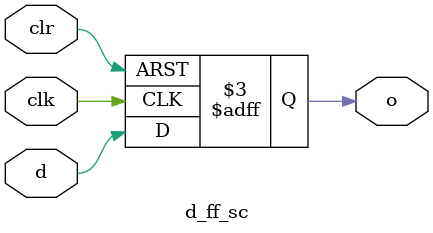
<source format=v>
`timescale 1ns / 1ps
`timescale 1ns / 1ps
module d_ff_sc (
     input clk,
     input clr,
     input d,
     output reg o
);

   always @(negedge clr or posedge clk)
      if (!clr) begin
         o <= 1'b0;
      end else begin
         o <= d;
      end
endmodule
</source>
